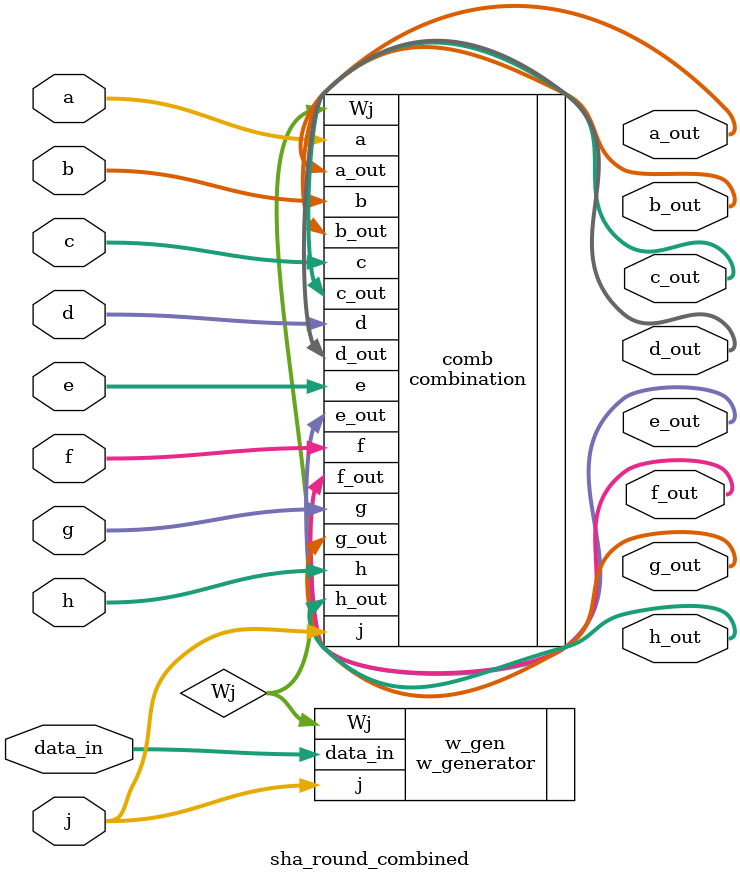
<source format=v>
module sha_round_combined (
    input  wire [5:0]  j,              
    input  wire [511:0] data_in,       

    input  wire [31:0] a,
    input  wire [31:0] b,
    input  wire [31:0] c,
    input  wire [31:0] d,
    input  wire [31:0] e,
    input  wire [31:0] f,
    input  wire [31:0] g,
    input  wire [31:0] h,

    output wire [31:0] a_out,
    output wire [31:0] b_out,
    output wire [31:0] c_out,
    output wire [31:0] d_out,
    output wire [31:0] e_out,
    output wire [31:0] f_out,
    output wire [31:0] g_out,
    output wire [31:0] h_out
);

    wire [31:0] Wj;
    // Tính W[j]
    w_generator w_gen (
        .j(j),
        .data_in(data_in),
        .Wj(Wj)
    );


    combination comb (
        .j(j),
        .a(a),
        .b(b),
        .c(c),
        .d(d),
        .e(e),
        .f(f),
        .g(g),
        .h(h),
        .Wj(Wj),
        .a_out(a_out),
        .b_out(b_out),
        .c_out(c_out),
        .d_out(d_out),
        .e_out(e_out),
        .f_out(f_out),
        .g_out(g_out),
        .h_out(h_out)
    );
endmodule

</source>
